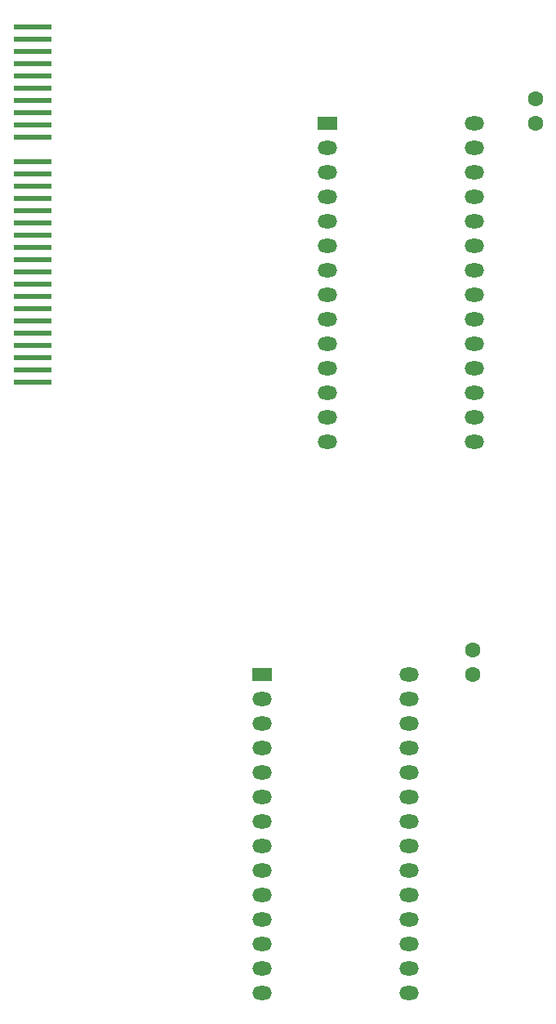
<source format=gbr>
%TF.GenerationSoftware,KiCad,Pcbnew,(5.99.0-7356-g63088e8bdb)*%
%TF.CreationDate,2020-12-15T21:10:05+08:00*%
%TF.ProjectId,Cartdrige,43617274-6472-4696-9765-2e6b69636164,rev?*%
%TF.SameCoordinates,Original*%
%TF.FileFunction,Soldermask,Bot*%
%TF.FilePolarity,Negative*%
%FSLAX46Y46*%
G04 Gerber Fmt 4.6, Leading zero omitted, Abs format (unit mm)*
G04 Created by KiCad (PCBNEW (5.99.0-7356-g63088e8bdb)) date 2020-12-15 21:10:05*
%MOMM*%
%LPD*%
G01*
G04 APERTURE LIST*
%ADD10R,4.000000X0.560000*%
%ADD11R,2.000000X1.440000*%
%ADD12O,2.000000X1.440000*%
%ADD13C,1.600000*%
G04 APERTURE END LIST*
D10*
%TO.C,J1*%
X112054000Y-36795000D03*
X112054000Y-38065000D03*
X112054000Y-39335000D03*
X112054000Y-40605000D03*
X112054000Y-41875000D03*
X112054000Y-43145000D03*
X112054000Y-44415000D03*
X112054000Y-45685000D03*
X112054000Y-46955000D03*
X112054000Y-48225000D03*
X112054000Y-50765000D03*
X112054000Y-52035000D03*
X112054000Y-53305000D03*
X112054000Y-54575000D03*
X112054000Y-55845000D03*
X112054000Y-57115000D03*
X112054000Y-58385000D03*
X112054000Y-59655000D03*
X112054000Y-60925000D03*
X112054000Y-62195000D03*
X112054000Y-63465000D03*
X112054000Y-64735000D03*
X112054000Y-66005000D03*
X112054000Y-67275000D03*
X112054000Y-68545000D03*
X112054000Y-69815000D03*
X112054000Y-71085000D03*
X112054000Y-72355000D03*
X112054000Y-73625000D03*
%TD*%
D11*
%TO.C,U2*%
X142596070Y-46737165D03*
D12*
X142596070Y-49277165D03*
X142596070Y-51817165D03*
X142596070Y-54357165D03*
X142596070Y-56897165D03*
X142596070Y-59437165D03*
X142596070Y-61977165D03*
X142596070Y-64517165D03*
X142596070Y-67057165D03*
X142596070Y-69597165D03*
X142596070Y-72137165D03*
X142596070Y-74677165D03*
X142596070Y-77217165D03*
X142596070Y-79757165D03*
X157836070Y-79757165D03*
X157836070Y-77217165D03*
X157836070Y-74677165D03*
X157836070Y-72137165D03*
X157836070Y-69597165D03*
X157836070Y-67057165D03*
X157836070Y-64517165D03*
X157836070Y-61977165D03*
X157836070Y-59437165D03*
X157836070Y-56897165D03*
X157836070Y-54357165D03*
X157836070Y-51817165D03*
X157836070Y-49277165D03*
X157836070Y-46737165D03*
%TD*%
D11*
%TO.C,U1*%
X135890000Y-103886000D03*
D12*
X135890000Y-106426000D03*
X135890000Y-108966000D03*
X135890000Y-111506000D03*
X135890000Y-114046000D03*
X135890000Y-116586000D03*
X135890000Y-119126000D03*
X135890000Y-121666000D03*
X135890000Y-124206000D03*
X135890000Y-126746000D03*
X135890000Y-129286000D03*
X135890000Y-131826000D03*
X135890000Y-134366000D03*
X135890000Y-136906000D03*
X151130000Y-136906000D03*
X151130000Y-134366000D03*
X151130000Y-131826000D03*
X151130000Y-129286000D03*
X151130000Y-126746000D03*
X151130000Y-124206000D03*
X151130000Y-121666000D03*
X151130000Y-119126000D03*
X151130000Y-116586000D03*
X151130000Y-114046000D03*
X151130000Y-111506000D03*
X151130000Y-108966000D03*
X151130000Y-106426000D03*
X151130000Y-103886000D03*
%TD*%
D13*
%TO.C,C2*%
X157734000Y-103886000D03*
X157734000Y-101386000D03*
%TD*%
%TO.C,C1*%
X164186070Y-46737165D03*
X164186070Y-44237165D03*
%TD*%
M02*

</source>
